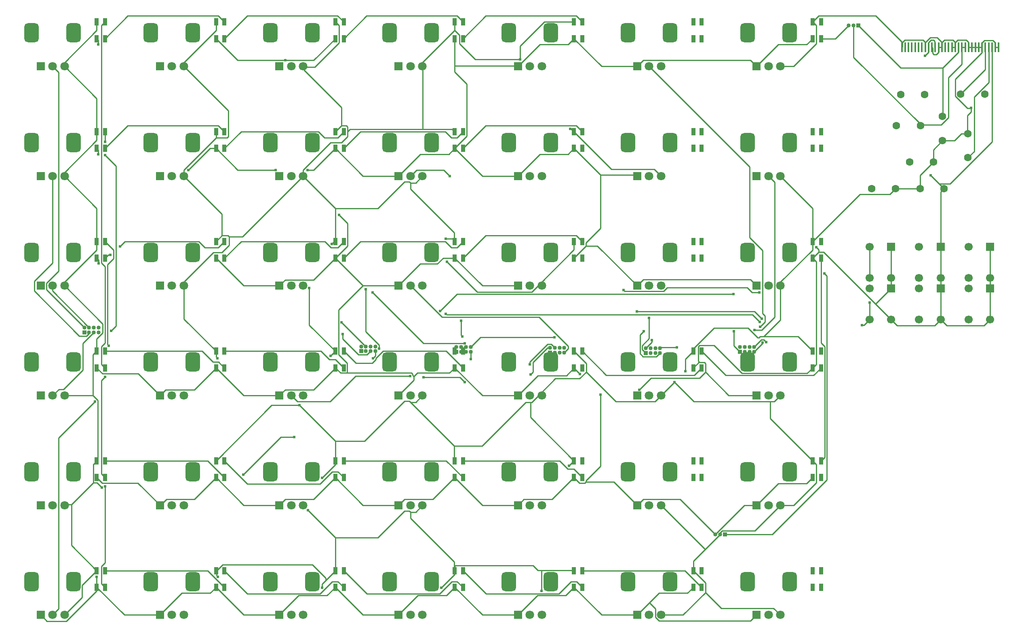
<source format=gtl>
G04 Layer: TopLayer*
G04 EasyEDA Pro v2.2.35.2, 2025-01-22 11:24:46*
G04 Gerber Generator version 0.3*
G04 Scale: 100 percent, Rotated: No, Reflected: No*
G04 Dimensions in millimeters*
G04 Leading zeros omitted, absolute positions, 4 integers and 5 decimals*
%FSLAX45Y45*%
%MOMM*%
%AMRoundRect*1,1,$1,$2,$3*1,1,$1,$4,$5*1,1,$1,0-$2,0-$3*1,1,$1,0-$4,0-$5*20,1,$1,$2,$3,$4,$5,0*20,1,$1,$4,$5,0-$2,0-$3,0*20,1,$1,0-$2,0-$3,0-$4,0-$5,0*20,1,$1,0-$4,0-$5,$2,$3,0*4,1,4,$2,$3,$4,$5,0-$2,0-$3,0-$4,0-$5,$2,$3,0*%
%ADD10R,0.85X1.6*%
%ADD11R,1.8X1.8*%
%ADD12C,1.8*%
%ADD13RoundRect,1.5X-0.75X-1.25X-0.75X1.25*%
%ADD14R,0.4X2.0*%
%ADD15R,0.85X0.85*%
%ADD16C,0.8540*%
%ADD17C,0.85*%
%ADD18C,1.6*%
%ADD19C,1.7*%
%ADD20R,1.7X1.7*%
%ADD21R,0.85X0.85*%
%ADD22C,0.61*%
%ADD23C,0.254*%
G75*


G04 Pad Start*
G54D10*
G01X10609000Y-5208200D03*
G01X10434000Y-5208200D03*
G01X10434000Y-5558200D03*
G01X10609000Y-5558200D03*
G54D11*
G01X14258500Y-8438200D03*
G54D12*
G01X14508500Y-8438200D03*
G01X14758500Y-8438200D03*
G54D13*
G01X14948500Y-7738200D03*
G01X14068500Y-7738200D03*
G54D11*
G01X19258500Y-10738200D03*
G54D12*
G01X19508500Y-10738200D03*
G01X19758500Y-10738200D03*
G54D13*
G01X19948500Y-10038200D03*
G01X19068500Y-10038200D03*
G54D14*
G01X22302200Y-3441700D03*
G01X22372200Y-3441700D03*
G01X22442200Y-3441700D03*
G01X22512200Y-3441700D03*
G01X22582200Y-3441700D03*
G01X22652200Y-3441700D03*
G01X22722200Y-3441700D03*
G01X22792200Y-3441700D03*
G01X22862200Y-3441700D03*
G01X22932200Y-3441700D03*
G01X23002200Y-3441700D03*
G01X23072200Y-3441700D03*
G01X23142200Y-3441700D03*
G01X23212200Y-3441700D03*
G01X23282200Y-3441700D03*
G01X23352200Y-3441700D03*
G01X23422200Y-3441700D03*
G01X23492200Y-3441700D03*
G01X23562200Y-3441700D03*
G01X23632200Y-3441700D03*
G01X23702200Y-3441700D03*
G01X23772200Y-3441700D03*
G01X23842200Y-3441700D03*
G01X23912200Y-3441700D03*
G01X23982200Y-3441700D03*
G01X24052200Y-3441700D03*
G01X24122200Y-3441700D03*
G01X24192200Y-3441700D03*
G01X24262200Y-3441700D03*
G01X24332200Y-3441700D03*
G54D10*
G01X15609000Y-2908200D03*
G01X15434000Y-2908200D03*
G01X15434000Y-3258200D03*
G01X15609000Y-3258200D03*
G54D11*
G01X9258500Y-3838200D03*
G54D12*
G01X9508500Y-3838200D03*
G01X9758500Y-3838200D03*
G54D13*
G01X9948500Y-3138200D03*
G01X9068500Y-3138200D03*
G54D11*
G01X11758500Y-10738200D03*
G54D12*
G01X12008500Y-10738200D03*
G01X12258500Y-10738200D03*
G54D13*
G01X12448500Y-10038200D03*
G01X11568500Y-10038200D03*
G54D10*
G01X8109000Y-2908200D03*
G01X7934000Y-2908200D03*
G01X7934000Y-3258200D03*
G01X8109000Y-3258200D03*
G54D11*
G01X6758500Y-3838200D03*
G54D12*
G01X7008500Y-3838200D03*
G01X7258500Y-3838200D03*
G54D13*
G01X7448500Y-3138200D03*
G01X6568500Y-3138200D03*
G54D10*
G01X8109000Y-7508200D03*
G01X7934000Y-7508200D03*
G01X7934000Y-7858200D03*
G01X8109000Y-7858200D03*
G01X20609000Y-2908200D03*
G01X20434000Y-2908200D03*
G01X20434000Y-3258200D03*
G01X20609000Y-3258200D03*
G54D11*
G01X4258500Y-3838200D03*
G54D12*
G01X4508500Y-3838200D03*
G01X4758500Y-3838200D03*
G54D13*
G01X4948500Y-3138200D03*
G01X4068500Y-3138200D03*
G54D10*
G01X8109000Y-14408200D03*
G01X7934000Y-14408200D03*
G01X7934000Y-14758200D03*
G01X8109000Y-14758200D03*
G54D15*
G01X10973500Y-9808433D03*
G54D17*
G01X10973500Y-9708433D03*
G01X11073500Y-9808433D03*
G01X11073500Y-9708433D03*
G01X11173500Y-9808433D03*
G01X11173500Y-9708433D03*
G01X11273500Y-9808433D03*
G01X11273500Y-9708433D03*
G54D10*
G01X18109000Y-7508200D03*
G01X17934000Y-7508200D03*
G01X17934000Y-7858200D03*
G01X18109000Y-7858200D03*
G01X5609000Y-12108200D03*
G01X5434000Y-12108200D03*
G01X5434000Y-12458200D03*
G01X5609000Y-12458200D03*
G01X15609000Y-9808200D03*
G01X15434000Y-9808200D03*
G01X15434000Y-10158200D03*
G01X15609000Y-10158200D03*
G54D11*
G01X11758500Y-8438200D03*
G54D12*
G01X12008500Y-8438200D03*
G01X12258500Y-8438200D03*
G54D13*
G01X12448500Y-7738200D03*
G01X11568500Y-7738200D03*
G54D11*
G01X16758500Y-15338200D03*
G54D12*
G01X17008500Y-15338200D03*
G01X17258500Y-15338200D03*
G54D13*
G01X17448500Y-14638200D03*
G01X16568500Y-14638200D03*
G54D10*
G01X18109000Y-14408200D03*
G01X17934000Y-14408200D03*
G01X17934000Y-14758200D03*
G01X18109000Y-14758200D03*
G54D11*
G01X16758500Y-13038200D03*
G54D12*
G01X17008500Y-13038200D03*
G01X17258500Y-13038200D03*
G54D13*
G01X17448500Y-12338200D03*
G01X16568500Y-12338200D03*
G54D10*
G01X18109000Y-9808200D03*
G01X17934000Y-9808200D03*
G01X17934000Y-10158200D03*
G01X18109000Y-10158200D03*
G54D11*
G01X4258500Y-15338200D03*
G54D12*
G01X4508500Y-15338200D03*
G01X4758500Y-15338200D03*
G54D13*
G01X4948500Y-14638200D03*
G01X4068500Y-14638200D03*
G54D18*
G01X22682200Y-6400800D03*
G01X23182200Y-6400800D03*
G54D11*
G01X4258500Y-8438200D03*
G54D12*
G01X4508500Y-8438200D03*
G01X4758500Y-8438200D03*
G54D13*
G01X4948500Y-7738200D03*
G01X4068500Y-7738200D03*
G54D10*
G01X5609000Y-7508200D03*
G01X5434000Y-7508200D03*
G01X5434000Y-7858200D03*
G01X5609000Y-7858200D03*
G01X15609000Y-12108200D03*
G01X15434000Y-12108200D03*
G01X15434000Y-12458200D03*
G01X15609000Y-12458200D03*
G01X13109000Y-2908200D03*
G01X12934000Y-2908200D03*
G01X12934000Y-3258200D03*
G01X13109000Y-3258200D03*
G54D18*
G01X23152100Y-5397500D03*
G01X23152100Y-4889500D03*
G54D11*
G01X6758500Y-13038200D03*
G54D12*
G01X7008500Y-13038200D03*
G01X7258500Y-13038200D03*
G54D13*
G01X7448500Y-12338200D03*
G01X6568500Y-12338200D03*
G54D10*
G01X10609000Y-7508200D03*
G01X10434000Y-7508200D03*
G01X10434000Y-7858200D03*
G01X10609000Y-7858200D03*
G54D11*
G01X16758500Y-3838200D03*
G54D12*
G01X17008500Y-3838200D03*
G01X17258500Y-3838200D03*
G54D13*
G01X17448500Y-3138200D03*
G01X16568500Y-3138200D03*
G54D10*
G01X20609000Y-14408200D03*
G01X20434000Y-14408200D03*
G01X20434000Y-14758200D03*
G01X20609000Y-14758200D03*
G54D19*
G01X24152500Y-9146200D03*
G54D20*
G01X24152500Y-8496200D03*
G54D19*
G01X23702500Y-8496200D03*
G01X23702500Y-9146200D03*
G54D10*
G01X20609000Y-7508200D03*
G01X20434000Y-7508200D03*
G01X20434000Y-7858200D03*
G01X20609000Y-7858200D03*
G54D15*
G01X14930500Y-9837200D03*
G54D17*
G01X14930500Y-9737200D03*
G01X15030500Y-9837200D03*
G01X15030500Y-9737200D03*
G01X15130500Y-9837200D03*
G01X15130500Y-9737200D03*
G01X15230500Y-9837200D03*
G01X15230500Y-9737200D03*
G54D11*
G01X9258500Y-10738200D03*
G54D12*
G01X9508500Y-10738200D03*
G01X9758500Y-10738200D03*
G54D13*
G01X9948500Y-10038200D03*
G01X9068500Y-10038200D03*
G54D10*
G01X20609000Y-12108200D03*
G01X20434000Y-12108200D03*
G01X20434000Y-12458200D03*
G01X20609000Y-12458200D03*
G54D11*
G01X4258500Y-6138200D03*
G54D12*
G01X4508500Y-6138200D03*
G01X4758500Y-6138200D03*
G54D13*
G01X4948500Y-5438200D03*
G01X4068500Y-5438200D03*
G54D18*
G01X22186900Y-5080000D03*
G01X22694900Y-5080000D03*
G54D10*
G01X5609000Y-5208200D03*
G01X5434000Y-5208200D03*
G01X5434000Y-5558200D03*
G01X5609000Y-5558200D03*
G54D11*
G01X16758500Y-8438200D03*
G54D12*
G01X17008500Y-8438200D03*
G01X17258500Y-8438200D03*
G54D13*
G01X17448500Y-7738200D03*
G01X16568500Y-7738200D03*
G54D11*
G01X19258500Y-3838200D03*
G54D12*
G01X19508500Y-3838200D03*
G01X19758500Y-3838200D03*
G54D13*
G01X19948500Y-3138200D03*
G01X19068500Y-3138200D03*
G54D10*
G01X10609000Y-14408200D03*
G01X10434000Y-14408200D03*
G01X10434000Y-14758200D03*
G01X10609000Y-14758200D03*
G54D11*
G01X14258500Y-15338200D03*
G54D12*
G01X14508500Y-15338200D03*
G01X14758500Y-15338200D03*
G54D13*
G01X14948500Y-14638200D03*
G01X14068500Y-14638200D03*
G54D11*
G01X11758500Y-15338200D03*
G54D12*
G01X12008500Y-15338200D03*
G01X12258500Y-15338200D03*
G54D13*
G01X12448500Y-14638200D03*
G01X11568500Y-14638200D03*
G54D11*
G01X11758500Y-3838200D03*
G54D12*
G01X12008500Y-3838200D03*
G01X12258500Y-3838200D03*
G54D13*
G01X12448500Y-3138200D03*
G01X11568500Y-3138200D03*
G54D10*
G01X20609000Y-5208200D03*
G01X20434000Y-5208200D03*
G01X20434000Y-5558200D03*
G01X20609000Y-5558200D03*
G01X20609000Y-9808200D03*
G01X20434000Y-9808200D03*
G01X20434000Y-10158200D03*
G01X20609000Y-10158200D03*
G54D19*
G01X23114000Y-9146200D03*
G54D20*
G01X23114000Y-8496200D03*
G54D19*
G01X22664000Y-8496200D03*
G01X22664000Y-9146200D03*
G54D15*
G01X12970500Y-9824700D03*
G54D17*
G01X12970500Y-9724700D03*
G01X13070500Y-9824700D03*
G01X13070500Y-9724700D03*
G01X13170500Y-9824700D03*
G01X13170500Y-9724700D03*
G01X13270500Y-9824700D03*
G01X13270500Y-9724700D03*
G54D11*
G01X16758500Y-10738200D03*
G54D12*
G01X17008500Y-10738200D03*
G01X17258500Y-10738200D03*
G54D13*
G01X17448500Y-10038200D03*
G01X16568500Y-10038200D03*
G54D10*
G01X13109000Y-7508200D03*
G01X12934000Y-7508200D03*
G01X12934000Y-7858200D03*
G01X13109000Y-7858200D03*
G54D11*
G01X4258500Y-13038200D03*
G54D12*
G01X4508500Y-13038200D03*
G01X4758500Y-13038200D03*
G54D13*
G01X4948500Y-12338200D03*
G01X4068500Y-12338200D03*
G54D15*
G01X18909250Y-9820088D03*
G54D17*
G01X18909250Y-9720088D03*
G01X19009250Y-9820088D03*
G01X19009250Y-9720088D03*
G01X19109250Y-9820088D03*
G01X19109250Y-9720088D03*
G01X19209250Y-9820088D03*
G01X19209250Y-9720088D03*
G54D11*
G01X9258500Y-8438200D03*
G54D12*
G01X9508500Y-8438200D03*
G01X9758500Y-8438200D03*
G54D13*
G01X9948500Y-7738200D03*
G01X9068500Y-7738200D03*
G54D11*
G01X6758500Y-8438200D03*
G54D12*
G01X7008500Y-8438200D03*
G01X7258500Y-8438200D03*
G54D13*
G01X7448500Y-7738200D03*
G01X6568500Y-7738200D03*
G54D21*
G01X18593500Y-13647200D03*
G54D17*
G01X18493500Y-13647200D03*
G01X18393500Y-13647200D03*
G54D10*
G01X13109000Y-5208200D03*
G01X12934000Y-5208200D03*
G01X12934000Y-5558200D03*
G01X13109000Y-5558200D03*
G01X10609000Y-2908200D03*
G01X10434000Y-2908200D03*
G01X10434000Y-3258200D03*
G01X10609000Y-3258200D03*
G01X5609000Y-2908200D03*
G01X5434000Y-2908200D03*
G01X5434000Y-3258200D03*
G01X5609000Y-3258200D03*
G01X18109000Y-12108200D03*
G01X17934000Y-12108200D03*
G01X17934000Y-12458200D03*
G01X18109000Y-12458200D03*
G01X13109000Y-12108200D03*
G01X12934000Y-12108200D03*
G01X12934000Y-12458200D03*
G01X13109000Y-12458200D03*
G01X13109000Y-14408200D03*
G01X12934000Y-14408200D03*
G01X12934000Y-14758200D03*
G01X13109000Y-14758200D03*
G54D11*
G01X19258500Y-6138200D03*
G54D12*
G01X19508500Y-6138200D03*
G01X19758500Y-6138200D03*
G54D13*
G01X19948500Y-5438200D03*
G01X19068500Y-5438200D03*
G54D11*
G01X14258500Y-3838200D03*
G54D12*
G01X14508500Y-3838200D03*
G01X14758500Y-3838200D03*
G54D13*
G01X14948500Y-3138200D03*
G01X14068500Y-3138200D03*
G54D10*
G01X18109000Y-5208200D03*
G01X17934000Y-5208200D03*
G01X17934000Y-5558200D03*
G01X18109000Y-5558200D03*
G01X8109000Y-5208200D03*
G01X7934000Y-5208200D03*
G01X7934000Y-5558200D03*
G01X8109000Y-5558200D03*
G54D19*
G01X22075500Y-9146200D03*
G54D20*
G01X22075500Y-8496200D03*
G54D19*
G01X21625500Y-8496200D03*
G01X21625500Y-9146200D03*
G54D10*
G01X13109000Y-9808200D03*
G01X12934000Y-9808200D03*
G01X12934000Y-10158200D03*
G01X13109000Y-10158200D03*
G54D19*
G01X24152500Y-8270000D03*
G54D20*
G01X24152500Y-7620000D03*
G54D19*
G01X23702500Y-7620000D03*
G01X23702500Y-8270000D03*
G54D11*
G01X19258500Y-15338200D03*
G54D12*
G01X19508500Y-15338200D03*
G01X19758500Y-15338200D03*
G54D13*
G01X19948500Y-14638200D03*
G01X19068500Y-14638200D03*
G54D11*
G01X19258500Y-8438200D03*
G54D12*
G01X19508500Y-8438200D03*
G01X19758500Y-8438200D03*
G54D13*
G01X19948500Y-7738200D03*
G01X19068500Y-7738200D03*
G54D11*
G01X6758500Y-6138200D03*
G54D12*
G01X7008500Y-6138200D03*
G01X7258500Y-6138200D03*
G54D13*
G01X7448500Y-5438200D03*
G01X6568500Y-5438200D03*
G54D11*
G01X6758500Y-15338200D03*
G54D12*
G01X7008500Y-15338200D03*
G01X7258500Y-15338200D03*
G54D13*
G01X7448500Y-14638200D03*
G01X6568500Y-14638200D03*
G54D19*
G01X23114000Y-8270000D03*
G54D20*
G01X23114000Y-7620000D03*
G54D19*
G01X22664000Y-7620000D03*
G01X22664000Y-8270000D03*
G54D10*
G01X5609000Y-14408200D03*
G01X5434000Y-14408200D03*
G01X5434000Y-14758200D03*
G01X5609000Y-14758200D03*
G54D11*
G01X19258500Y-13038200D03*
G54D12*
G01X19508500Y-13038200D03*
G01X19758500Y-13038200D03*
G54D13*
G01X19948500Y-12338200D03*
G01X19068500Y-12338200D03*
G54D18*
G01X23533100Y-4419600D03*
G01X24041100Y-4419600D03*
G54D10*
G01X15609000Y-7508200D03*
G01X15434000Y-7508200D03*
G01X15434000Y-7858200D03*
G01X15609000Y-7858200D03*
G01X15609000Y-5208200D03*
G01X15434000Y-5208200D03*
G01X15434000Y-5558200D03*
G01X15609000Y-5558200D03*
G54D15*
G01X5173500Y-9413200D03*
G54D17*
G01X5173500Y-9313200D03*
G01X5273500Y-9413200D03*
G01X5273500Y-9313200D03*
G01X5373500Y-9413200D03*
G01X5373500Y-9313200D03*
G01X5473500Y-9413200D03*
G01X5473500Y-9313200D03*
G54D10*
G01X18109000Y-2908200D03*
G01X17934000Y-2908200D03*
G01X17934000Y-3258200D03*
G01X18109000Y-3258200D03*
G54D11*
G01X14258500Y-6138200D03*
G54D12*
G01X14508500Y-6138200D03*
G01X14758500Y-6138200D03*
G54D13*
G01X14948500Y-5438200D03*
G01X14068500Y-5438200D03*
G54D18*
G01X22964200Y-5839300D03*
G01X22464200Y-5839300D03*
G01X22275800Y-4432300D03*
G01X22775800Y-4432300D03*
G01X21666200Y-6400800D03*
G01X22166200Y-6400800D03*
G54D11*
G01X9258500Y-6138200D03*
G54D12*
G01X9508500Y-6138200D03*
G01X9758500Y-6138200D03*
G54D13*
G01X9948500Y-5438200D03*
G01X9068500Y-5438200D03*
G54D10*
G01X10609000Y-9808200D03*
G01X10434000Y-9808200D03*
G01X10434000Y-10158200D03*
G01X10609000Y-10158200D03*
G54D11*
G01X14258500Y-10738200D03*
G54D12*
G01X14508500Y-10738200D03*
G01X14758500Y-10738200D03*
G54D13*
G01X14948500Y-10038200D03*
G01X14068500Y-10038200D03*
G54D21*
G01X21387500Y-2979200D03*
G54D17*
G01X21287500Y-2979200D03*
G01X21187500Y-2979200D03*
G54D11*
G01X9258500Y-15338200D03*
G54D12*
G01X9508500Y-15338200D03*
G01X9758500Y-15338200D03*
G54D13*
G01X9948500Y-14638200D03*
G01X9068500Y-14638200D03*
G54D11*
G01X6758500Y-10738200D03*
G54D12*
G01X7008500Y-10738200D03*
G01X7258500Y-10738200D03*
G54D13*
G01X7448500Y-10038200D03*
G01X6568500Y-10038200D03*
G54D11*
G01X11758500Y-13038200D03*
G54D12*
G01X12008500Y-13038200D03*
G01X12258500Y-13038200D03*
G54D13*
G01X12448500Y-12338200D03*
G01X11568500Y-12338200D03*
G54D19*
G01X22075500Y-8270000D03*
G54D20*
G01X22075500Y-7620000D03*
G54D19*
G01X21625500Y-7620000D03*
G01X21625500Y-8270000D03*
G54D10*
G01X15609000Y-14408200D03*
G01X15434000Y-14408200D03*
G01X15434000Y-14758200D03*
G01X15609000Y-14758200D03*
G54D11*
G01X14258500Y-13038200D03*
G54D12*
G01X14508500Y-13038200D03*
G01X14758500Y-13038200D03*
G54D13*
G01X14948500Y-12338200D03*
G01X14068500Y-12338200D03*
G54D11*
G01X11758500Y-6138200D03*
G54D12*
G01X12008500Y-6138200D03*
G01X12258500Y-6138200D03*
G54D13*
G01X12448500Y-5438200D03*
G01X11568500Y-5438200D03*
G54D10*
G01X8109000Y-12108200D03*
G01X7934000Y-12108200D03*
G01X7934000Y-12458200D03*
G01X8109000Y-12458200D03*
G01X5609000Y-9808200D03*
G01X5434000Y-9808200D03*
G01X5434000Y-10158200D03*
G01X5609000Y-10158200D03*
G54D15*
G01X16937250Y-9845950D03*
G54D17*
G01X16937250Y-9745950D03*
G01X17037250Y-9845950D03*
G01X17037250Y-9745950D03*
G01X17137250Y-9845950D03*
G01X17137250Y-9745950D03*
G01X17237250Y-9845950D03*
G01X17237250Y-9745950D03*
G54D10*
G01X10609000Y-12108200D03*
G01X10434000Y-12108200D03*
G01X10434000Y-12458200D03*
G01X10609000Y-12458200D03*
G01X8109000Y-9808200D03*
G01X7934000Y-9808200D03*
G01X7934000Y-10158200D03*
G01X8109000Y-10158200D03*
G54D18*
G01X23685500Y-5753100D03*
G01X23685500Y-5253100D03*
G54D11*
G01X4258500Y-10738200D03*
G54D12*
G01X4508500Y-10738200D03*
G01X4758500Y-10738200D03*
G54D13*
G01X4948500Y-10038200D03*
G01X4068500Y-10038200D03*
G54D11*
G01X16758500Y-6138200D03*
G54D12*
G01X17008500Y-6138200D03*
G01X17258500Y-6138200D03*
G54D13*
G01X17448500Y-5438200D03*
G01X16568500Y-5438200D03*
G54D11*
G01X9258500Y-13038200D03*
G54D12*
G01X9508500Y-13038200D03*
G01X9758500Y-13038200D03*
G54D13*
G01X9948500Y-12338200D03*
G01X9068500Y-12338200D03*
G04 Pad End*

G04 Via Start*
G54D22*
G01X22786000Y-3619500D03*
G01X20675600Y-8178800D03*
G01X9849800Y-6015400D03*
G01X9182300Y-6011200D03*
G01X7349800Y-6015400D03*
G01X5463100Y-5681000D03*
G01X10510200Y-6955200D03*
G01X5470200Y-7971200D03*
G01X15561000Y-10285200D03*
G01X16805600Y-10615400D03*
G01X22902800Y-6121400D03*
G01X15992800Y-10717000D03*
G01X5426900Y-14536800D03*
G01X9385500Y-3711200D03*
G01X5463100Y-3381000D03*
G01X20510200Y-7629600D03*
G01X5397500Y-10867800D03*
G01X18774900Y-8610600D03*
G01X12628100Y-8966200D03*
G01X11072500Y-8511800D03*
G01X11351900Y-9756400D03*
G01X10565500Y-9200433D03*
G01X10589300Y-9452833D03*
G01X11222700Y-9960833D03*
G01X9571700Y-11611833D03*
G01X8504900Y-12399233D03*
G01X12746700Y-9022633D03*
G01X19321867Y-9197000D03*
G01X13064500Y-9172200D03*
G01X13089900Y-9502400D03*
G01X13145100Y-9648500D03*
G01X11214700Y-8581700D03*
G01X11997700Y-10331800D03*
G01X12277100Y-10357200D03*
G01X13140700Y-10458800D03*
G01X13267700Y-9976200D03*
G01X15023100Y-9521500D03*
G01X16470900Y-8530900D03*
G01X19315700Y-8581700D03*
G01X14524100Y-10296000D03*
G01X14508500Y-10081400D03*
G01X12826900Y-6138200D03*
G01X16754500Y-8975200D03*
G01X19370700Y-9127600D03*
G01X17008500Y-9114300D03*
G01X17064250Y-9576250D03*
G01X16896100Y-9389400D03*
G01X17586900Y-9728200D03*
G01X18782250Y-9390450D03*
G01X19214050Y-9364488D03*
G01X19336250Y-9299200D03*
G01X19387050Y-9629400D03*
G01X19463250Y-9618488D03*
G01X21469850Y-9262888D03*
G01X21625500Y-8790600D03*
G01X10357800Y-7559000D03*
G01X9885500Y-8489000D03*
G01X10332400Y-9909800D03*
G01X9682300Y-10941400D03*
G01X10154600Y-12463800D03*
G01X9860100Y-13139800D03*
G01X10154600Y-14763800D03*
G01X12745400Y-7448700D03*
G01X12654600Y-14763800D03*
G01X14305600Y-3696100D03*
G01X15357800Y-5148700D03*
G01X12770800Y-7931300D03*
G01X15332400Y-12209800D03*
G01X14752000Y-14831300D03*
G01X17537900Y-10458800D03*
G01X17766500Y-10230200D03*
G01X7959400Y-9960600D03*
G01X7970200Y-14535200D03*
G01X5537200Y-12668600D03*
G01X23753700Y-4707000D03*
G01X5924600Y-7609800D03*
G01X5721400Y-7787600D03*
G01X5609000Y-10350000D03*
G01X5736000Y-9384800D03*
G01X5609000Y-5701800D03*
G01X5609000Y-5422400D03*
G01X5685200Y-9692600D03*
G01X5609000Y-12639000D03*
G04 Via End*

G04 Track Start*
G54D23*
G01X22862200Y-3441700D02*
G01X22862200Y-3340100D01*
G01X22913000Y-3289300D01*
G01X22963800Y-3289300D01*
G01X22989200Y-3314700D01*
G01X22989200Y-3428700D01*
G01X23002200Y-3441700D01*
G01X22862200Y-3441700D02*
G01X22862200Y-3543300D01*
G01X22786000Y-3619500D01*
G01X20675600Y-8178800D02*
G01X20726400Y-8229600D01*
G01X20726400Y-12504900D01*
G01X19584100Y-13647200D01*
G01X18593500Y-13647200D01*
G01X10434000Y-5558200D02*
G01X9976800Y-6015400D01*
G01X9849800Y-6015400D01*
G01X9182300Y-6011200D02*
G01X8387000Y-6011200D01*
G01X7934000Y-5558200D01*
G01X7807000Y-5558200D01*
G01X7349800Y-6015400D01*
G01X5463100Y-5681000D02*
G01X5463100Y-5587300D01*
G01X5434000Y-5558200D01*
G01X10434000Y-5558200D02*
G01X11014000Y-6138200D01*
G01X11758500Y-6138200D01*
G01X12215700Y-5681000D01*
G01X12811200Y-5681000D01*
G01X12934000Y-5558200D01*
G01X13514000Y-6138200D01*
G01X14258500Y-6138200D01*
G01X14715700Y-5681000D01*
G01X15311200Y-5681000D01*
G01X15434000Y-5558200D01*
G01X15434000Y-5558200D02*
G01X15992800Y-6117000D01*
G01X16737300Y-6117000D01*
G01X16758500Y-6138200D01*
G01X10510200Y-6955200D02*
G01X10688000Y-7133000D01*
G01X10688000Y-7604200D01*
G01X10434000Y-7858200D02*
G01X9976800Y-8315400D01*
G01X9381300Y-8315400D01*
G01X9258500Y-8438200D01*
G01X10459400Y-7832800D02*
G01X10459400Y-7883600D01*
G01X11014000Y-8438200D01*
G01X11758500Y-8438200D01*
G01X12215700Y-7981000D01*
G01X12571300Y-7981000D01*
G01X12694100Y-7858200D01*
G01X12934000Y-7858200D01*
G01X9258500Y-8438200D02*
G01X8514000Y-8438200D01*
G01X7934000Y-7858200D01*
G01X5470200Y-7971200D02*
G01X5470200Y-7894400D01*
G01X5434000Y-7858200D01*
G01X12934000Y-7858200D02*
G01X13514000Y-8438200D01*
G01X14258500Y-8438200D01*
G01X15992800Y-6117000D02*
G01X15992800Y-7234600D01*
G01X15688000Y-7539400D01*
G01X15688000Y-7604200D01*
G01X15434000Y-7858200D01*
G01X15688000Y-7604200D02*
G01X15924500Y-7604200D01*
G01X16758500Y-8438200D01*
G01X11014000Y-8438200D02*
G01X10506000Y-8946200D01*
G01X10506000Y-9886000D01*
G01X10683800Y-10063800D01*
G01X10683800Y-10267000D01*
G01X10542800Y-10267000D01*
G01X10434000Y-10158200D01*
G01X10683800Y-10267000D02*
G01X12030000Y-10267000D01*
G01X12055400Y-10292400D01*
G01X12055400Y-10317800D01*
G01X12080800Y-10343200D01*
G01X12080800Y-10415900D01*
G01X11758500Y-10738200D01*
G01X12080800Y-10343200D02*
G01X12157000Y-10267000D01*
G01X12825200Y-10267000D01*
G01X12934000Y-10158200D01*
G01X10434000Y-10158200D02*
G01X9976800Y-10615400D01*
G01X9381300Y-10615400D01*
G01X9258500Y-10738200D01*
G01X8514000Y-10738200D01*
G01X7934000Y-10158200D01*
G01X7476800Y-10615400D01*
G01X6881300Y-10615400D01*
G01X6758500Y-10738200D01*
G01X6301300Y-10281000D01*
G01X5556800Y-10281000D01*
G01X5434000Y-10158200D01*
G01X12934000Y-10158200D02*
G01X13514000Y-10738200D01*
G01X14258500Y-10738200D01*
G01X14678503Y-10318197D01*
G01X15274003Y-10318197D01*
G01X15434000Y-10158200D01*
G01X15561000Y-10285200D01*
G01X16805600Y-10615400D02*
G01X17045000Y-10376000D01*
G01X18061000Y-10376000D01*
G01X18188000Y-10249000D01*
G01X18188000Y-10071200D01*
G01X18162600Y-10045800D01*
G01X18046400Y-10045800D02*
G01X17934000Y-10158200D01*
G01X18188000Y-10249000D02*
G01X18677200Y-10738200D01*
G01X19258500Y-10738200D01*
G01X18061000Y-10045800D02*
G01X18035600Y-10020400D01*
G01X18035600Y-9715600D01*
G01X18061000Y-9690200D01*
G01X18365800Y-9690200D01*
G01X18950000Y-10274400D01*
G01X20317800Y-10274400D01*
G01X20434000Y-10158200D01*
G01X16758500Y-8438200D02*
G01X16885500Y-8311200D01*
G01X19131500Y-8311200D01*
G01X19258500Y-8438200D01*
G01X20434000Y-10158200D02*
G01X20510200Y-10082000D01*
G01X20510200Y-7934400D01*
G01X20434000Y-7858200D01*
G01X20561000Y-7731200D01*
G01X20662600Y-7731200D01*
G01X22075500Y-9144100D02*
G01X22075500Y-9146200D01*
G01X21754800Y-8823400D02*
G01X21754800Y-8816900D01*
G01X22075500Y-8496200D01*
G01X22075500Y-8270000D01*
G01X22075500Y-7620000D01*
G01X22075500Y-9144100D02*
G01X22202500Y-9271100D01*
G01X22989100Y-9271100D01*
G01X23114000Y-9146200D01*
G01X23114000Y-8496200D01*
G01X23114000Y-8270000D01*
G01X23114000Y-7620000D01*
G01X23114000Y-9146200D02*
G01X23241000Y-9273200D01*
G01X24025500Y-9273200D01*
G01X24152500Y-9146200D01*
G01X24152500Y-8496200D01*
G01X24152500Y-8270000D01*
G01X24152500Y-7620000D01*
G01X23114000Y-7620000D02*
G01X23114000Y-6469000D01*
G01X23182200Y-6400800D01*
G01X15992800Y-10717000D02*
G01X15992800Y-12215600D01*
G01X15688000Y-12520400D01*
G01X15688000Y-12545800D01*
G01X15662600Y-12571200D01*
G01X15547000Y-12571200D01*
G01X15434000Y-12458200D01*
G01X15688000Y-12545800D02*
G01X16266100Y-12545800D01*
G01X16758500Y-13038200D01*
G01X15434000Y-12458200D02*
G01X14976800Y-12915400D01*
G01X14381300Y-12915400D01*
G01X14258500Y-13038200D01*
G01X13514000Y-13038200D01*
G01X12934000Y-12458200D01*
G01X12476800Y-12915400D01*
G01X11881300Y-12915400D01*
G01X11758500Y-13038200D01*
G01X11014000Y-13038200D01*
G01X10434000Y-12458200D01*
G01X9976800Y-12915400D01*
G01X9381300Y-12915400D01*
G01X9258500Y-13038200D01*
G01X8514000Y-13038200D01*
G01X7934000Y-12458200D01*
G01X7476800Y-12915400D01*
G01X6892600Y-12915400D01*
G01X6765600Y-13042400D01*
G01X6758500Y-13038200D01*
G01X6765600Y-13042400D02*
G01X6293800Y-12570600D01*
G01X5546400Y-12570600D01*
G01X5434000Y-12458200D01*
G01X5426900Y-14536800D02*
G01X5426900Y-14751100D01*
G01X5434000Y-14758200D01*
G01X5434000Y-14834400D01*
G01X4799000Y-15469400D01*
G01X4389700Y-15469400D01*
G01X4258500Y-15338200D01*
G01X5434000Y-14758200D02*
G01X6014000Y-15338200D01*
G01X6758500Y-15338200D01*
G01X7215700Y-14881000D01*
G01X7811200Y-14881000D01*
G01X7934000Y-14758200D01*
G01X8514000Y-15338200D01*
G01X9258500Y-15338200D01*
G01X9664900Y-14931800D01*
G01X10260400Y-14931800D01*
G01X10434000Y-14758200D01*
G01X11014000Y-15338200D01*
G01X11758500Y-15338200D01*
G01X12164900Y-14931800D01*
G01X12760400Y-14931800D01*
G01X12934000Y-14758200D01*
G01X13514000Y-15338200D01*
G01X14258500Y-15338200D01*
G01X14664900Y-14931800D01*
G01X15260400Y-14931800D01*
G01X15434000Y-14758200D01*
G01X16014000Y-15338200D01*
G01X16758500Y-15338200D01*
G01X17215700Y-14881000D02*
G01X17811200Y-14881000D01*
G01X17934000Y-14758200D01*
G01X16758500Y-13038200D02*
G01X16885500Y-12911200D01*
G01X17657500Y-12911200D01*
G01X18393500Y-13647200D01*
G01X19002500Y-13038200D01*
G01X19258500Y-13038200D01*
G01X19715700Y-12581000D01*
G01X20311200Y-12581000D01*
G01X20434000Y-12458200D01*
G01X17012500Y-15084200D02*
G01X17139500Y-15211200D01*
G01X17139500Y-15389000D01*
G01X17215700Y-15465200D01*
G01X19131500Y-15465200D01*
G01X19258500Y-15338200D01*
G01X9385500Y-3711200D02*
G01X9981000Y-3711200D01*
G01X10434000Y-3258200D01*
G01X9385500Y-3711200D02*
G01X8387000Y-3711200D01*
G01X7934000Y-3258200D01*
G01X5463100Y-3381000D02*
G01X5463100Y-3287300D01*
G01X5434000Y-3258200D01*
G01X12934000Y-5558200D02*
G01X13188000Y-5304200D01*
G01X13188000Y-4212000D01*
G01X12934000Y-3958000D01*
G01X12934000Y-3831000D02*
G01X14251300Y-3831000D01*
G01X14258500Y-3838200D01*
G01X14715700Y-3381000D01*
G01X15311200Y-3381000D01*
G01X15434000Y-3258200D01*
G01X16014000Y-3838200D01*
G01X16758500Y-3838200D01*
G01X20561000Y-7731200D02*
G01X20561000Y-7680400D01*
G01X20510200Y-7629600D01*
G01X16758500Y-3838200D02*
G01X16885500Y-3711200D01*
G01X19131500Y-3711200D01*
G01X19258500Y-3838200D01*
G01X19715700Y-3381000D01*
G01X20311200Y-3381000D01*
G01X20434000Y-3258200D01*
G01X23080600Y-6299200D02*
G01X23309200Y-6299200D01*
G01X24192200Y-5416200D01*
G01X24192200Y-3441700D01*
G01X4508500Y-3838200D02*
G01X4635500Y-3965200D01*
G01X4635500Y-8130800D01*
G01X4381500Y-8384800D01*
G01X4381500Y-8521200D01*
G01X5173500Y-9313200D01*
G01X4508500Y-6138200D02*
G01X4508500Y-7962400D01*
G01X4127500Y-8343400D01*
G01X4127500Y-8546600D01*
G01X5070300Y-9489400D01*
G01X5222700Y-9489400D01*
G01X5273500Y-9438600D01*
G01X5273500Y-9413200D01*
G01X4508500Y-8438200D02*
G01X4508500Y-8548200D01*
G01X5273500Y-9313200D01*
G01X5373500Y-9413200D02*
G01X5144900Y-9641800D01*
G01X5144900Y-10200600D01*
G01X4738500Y-10607000D01*
G01X4639700Y-10607000D01*
G01X4508500Y-10738200D01*
G01X4508500Y-15338200D02*
G01X4635500Y-15211200D01*
G01X4635500Y-11629800D01*
G01X5397500Y-10867800D01*
G01X18774900Y-8610600D02*
G01X12983700Y-8610600D01*
G01X12628100Y-8966200D01*
G01X11072500Y-8511800D02*
G01X11072500Y-9400800D01*
G01X11351900Y-9680200D01*
G01X11351900Y-9756400D01*
G01X11073500Y-9708433D02*
G01X10565500Y-9200433D01*
G01X11173500Y-9808433D02*
G01X11097300Y-9884633D01*
G01X10919500Y-9884633D01*
G01X10589300Y-9554433D01*
G01X10589300Y-9452833D01*
G01X11273500Y-9808433D02*
G01X11273500Y-9910033D01*
G01X11222700Y-9960833D01*
G01X9571700Y-11611833D02*
G01X9292300Y-11611833D01*
G01X8504900Y-12399233D01*
G01X12746700Y-9022633D02*
G01X12768667Y-9044600D01*
G01X19169467Y-9044600D01*
G01X19321867Y-9197000D01*
G01X13064500Y-9172200D02*
G01X13064500Y-9477000D01*
G01X13089900Y-9502400D01*
G01X13145100Y-9648500D02*
G01X12281500Y-9648500D01*
G01X11214700Y-8581700D01*
G01X9508500Y-10738200D02*
G01X9635500Y-10865200D01*
G01X10321300Y-10865200D01*
G01X10854700Y-10331800D01*
G01X11997700Y-10331800D01*
G01X12277100Y-10357200D02*
G01X13039100Y-10357200D01*
G01X13140700Y-10458800D01*
G01X13267700Y-9976200D02*
G01X13267700Y-9827500D01*
G01X13270500Y-9824700D01*
G01X13270500Y-9724700D02*
G01X13473700Y-9521500D01*
G01X15023100Y-9521500D01*
G01X16470900Y-8530900D02*
G01X16496300Y-8556300D01*
G01X17309100Y-8556300D01*
G01X17385300Y-8480100D01*
G01X19061700Y-8480100D01*
G01X19163300Y-8581700D01*
G01X19315700Y-8581700D01*
G01X14930500Y-9737200D02*
G01X14879700Y-9737200D01*
G01X14574900Y-10042000D01*
G01X14574900Y-10245200D01*
G01X14524100Y-10296000D01*
G01X15030500Y-9737200D02*
G01X14954300Y-9661000D01*
G01X14878100Y-9661000D01*
G01X14508500Y-10030600D01*
G01X14508500Y-10081400D01*
G01X12826900Y-6138200D02*
G01X12699900Y-6011200D01*
G01X12135500Y-6011200D01*
G01X12008500Y-6138200D01*
G01X12008500Y-8438200D02*
G01X12668900Y-9098600D01*
G01X14700900Y-9098600D01*
G01X15310500Y-9708200D01*
G01X15310500Y-9757200D01*
G01X15230500Y-9837200D01*
G01X16754500Y-8975200D02*
G01X19218300Y-8975200D01*
G01X19370700Y-9127600D01*
G01X16937250Y-9845950D02*
G01X16861050Y-9769750D01*
G01X16861050Y-9693550D01*
G01X17008500Y-9546100D01*
G01X17008500Y-9114300D01*
G01X17064250Y-9576250D02*
G01X17064250Y-9618950D01*
G01X16937250Y-9745950D01*
G01X16896100Y-9389400D02*
G01X16819900Y-9465600D01*
G01X16819900Y-9860400D01*
G01X16881650Y-9922150D01*
G01X17161050Y-9922150D01*
G01X17237250Y-9845950D01*
G01X21625500Y-7620000D02*
G01X21625500Y-8270000D01*
G01X17586900Y-9728200D02*
G01X17255000Y-9728200D01*
G01X17237250Y-9745950D01*
G01X18782250Y-9390450D02*
G01X18782250Y-9693088D01*
G01X18909250Y-9820088D01*
G01X19214050Y-9364488D02*
G01X19366450Y-9364488D01*
G01X19635500Y-9095438D01*
G01X19635500Y-6265200D01*
G01X19508500Y-6138200D01*
G01X17008500Y-3838200D02*
G01X19116700Y-5946400D01*
G01X19116700Y-7428650D01*
G01X19387050Y-7699000D01*
G01X19387050Y-9019800D01*
G01X19437850Y-9070600D01*
G01X19437850Y-9197600D01*
G01X19336250Y-9299200D01*
G01X19387050Y-9629400D02*
G01X19387050Y-9642288D01*
G01X19209250Y-9820088D01*
G01X19209250Y-9720088D02*
G01X19361650Y-9567688D01*
G01X19412450Y-9567688D01*
G01X19463250Y-9618488D01*
G01X21469850Y-9262888D02*
G01X21508812Y-9262888D01*
G01X21625500Y-9146200D01*
G01X21625500Y-8790600D01*
G01X10434000Y-5208200D02*
G01X10561000Y-5081200D01*
G01X10662600Y-5081200D01*
G01X10688000Y-5106600D01*
G01X10688000Y-5309800D02*
G01X10561000Y-5436800D01*
G01X10332400Y-5436800D01*
G01X9758500Y-6010700D01*
G01X9758500Y-6138200D01*
G01X10561000Y-5081200D02*
G01X10561000Y-4700200D01*
G01X9773600Y-3912800D01*
G01X9773600Y-3853300D01*
G01X9758500Y-3838200D01*
G01X9773600Y-3853300D02*
G01X10002200Y-3853300D01*
G01X10510200Y-3345300D01*
G01X10510200Y-2984400D01*
G01X10434000Y-2908200D01*
G01X9758500Y-6138200D02*
G01X10434000Y-6813700D01*
G01X10434000Y-7508200D01*
G01X10408600Y-7508200D01*
G01X10357800Y-7559000D01*
G01X9885500Y-8489000D02*
G01X9885500Y-9259700D01*
G01X10434000Y-9808200D01*
G01X10332400Y-9909800D01*
G01X9682300Y-10941400D02*
G01X10434000Y-11693100D01*
G01X10434000Y-12108200D01*
G01X10434000Y-12184400D01*
G01X10154600Y-12463800D01*
G01X9860100Y-13139800D02*
G01X10434000Y-13713700D01*
G01X10434000Y-14408200D01*
G01X10154600Y-14687600D02*
G01X10154600Y-14763800D01*
G01X10434000Y-6813700D02*
G01X11323000Y-6813700D01*
G01X11881800Y-6254900D01*
G01X11983400Y-6254900D01*
G01X12008800Y-6280300D01*
G01X12116400Y-6280300D01*
G01X12258500Y-6138200D01*
G01X10688000Y-5208200D02*
G01X10738800Y-5157400D01*
G01X12883200Y-5157400D02*
G01X12934000Y-5208200D01*
G01X12262800Y-5157400D02*
G01X12262800Y-3842500D01*
G01X12258500Y-3838200D01*
G01X12258500Y-3762000D01*
G01X12934000Y-3086500D01*
G01X12934000Y-2908200D01*
G01X12008800Y-6280300D02*
G01X12008800Y-6407300D01*
G01X12923200Y-7321700D01*
G01X12923200Y-7497400D02*
G01X12934000Y-7508200D01*
G01X12923200Y-7448700D02*
G01X12745400Y-7448700D01*
G01X10434000Y-11693100D02*
G01X11043600Y-11693100D01*
G01X11881800Y-10854900D01*
G01X11983400Y-10854900D01*
G01X12008800Y-10880300D01*
G01X12116400Y-10880300D01*
G01X12258500Y-10738200D01*
G01X12008800Y-10880300D02*
G01X12923200Y-11794700D01*
G01X12923200Y-12097400D01*
G01X12934000Y-12108200D01*
G01X10434000Y-13713700D02*
G01X11323000Y-13713700D01*
G01X11881800Y-13154900D01*
G01X11983400Y-13154900D01*
G01X12008800Y-13180300D01*
G01X12116400Y-13180300D01*
G01X12258500Y-13038200D01*
G01X12008800Y-13180300D02*
G01X12008800Y-13307300D01*
G01X12923200Y-14221700D01*
G01X12923200Y-14397400D02*
G01X12934000Y-14408200D01*
G01X12934000Y-14484400D01*
G01X12654600Y-14763800D01*
G01X12934000Y-3086500D02*
G01X13035600Y-3188100D01*
G01X13035600Y-3365900D01*
G01X13365800Y-3696100D01*
G01X14305600Y-3696100D01*
G01X14305600Y-3416700D01*
G01X14813600Y-2908700D01*
G01X15433500Y-2908700D01*
G01X15357800Y-5148700D02*
G01X15374500Y-5148700D01*
G01X15434000Y-5208200D01*
G01X12770800Y-7931300D02*
G01X13405800Y-8566300D01*
G01X14548800Y-8566300D01*
G01X15434000Y-7681100D02*
G01X15434000Y-7508200D01*
G01X14726600Y-8388500D02*
G01X14726600Y-8406300D01*
G01X14758500Y-8438200D01*
G01X12923200Y-11794700D02*
G01X13507400Y-11794700D01*
G01X14421800Y-10880300D01*
G01X15045003Y-10384097D02*
G01X15553003Y-10384097D01*
G01X15691800Y-10245300D01*
G01X15691800Y-10066000D01*
G01X15434000Y-9808200D01*
G01X14726600Y-10702500D02*
G01X14726600Y-10706300D01*
G01X14758500Y-10738200D01*
G01X14523400Y-10880300D02*
G01X14523400Y-11197600D01*
G01X15434000Y-12108200D01*
G01X15332400Y-12209800D01*
G01X12923200Y-14323300D02*
G01X12948600Y-14297900D01*
G01X14574200Y-14297900D01*
G01X14675800Y-14399500D01*
G01X15425300Y-14399500D02*
G01X15434000Y-14408200D01*
G01X14752000Y-14399500D02*
G01X14752000Y-14831300D01*
G01X15691800Y-10245300D02*
G01X16311700Y-10865200D01*
G01X17131500Y-10865200D01*
G01X17258500Y-10738200D01*
G01X17537900Y-10458800D01*
G01X17766500Y-10230200D02*
G01X17766500Y-9975700D01*
G01X17934000Y-9808200D01*
G01X17537900Y-10458800D02*
G01X17944300Y-10865200D01*
G01X19631500Y-10865200D02*
G01X19758500Y-10738200D01*
G01X17934000Y-9808200D02*
G01X17934000Y-9757400D01*
G01X18365800Y-9325600D01*
G01X19077000Y-9325600D01*
G01X19280200Y-9528800D01*
G01X19305600Y-9528800D01*
G01X19331000Y-9503400D01*
G01X20129200Y-9503400D02*
G01X20434000Y-9808200D01*
G01X19407200Y-9503400D02*
G01X19758500Y-9152100D01*
G01X19758500Y-8438200D01*
G01X19758500Y-8362000D01*
G01X20434000Y-7686500D01*
G01X20434000Y-7508200D01*
G01X19544500Y-10865200D02*
G01X19544500Y-11218700D01*
G01X20434000Y-12108200D01*
G01X20510200Y-12184400D01*
G01X20510200Y-12565400D01*
G01X20037400Y-13038200D01*
G01X19758500Y-13038200D01*
G01X19225100Y-13571600D01*
G01X18539300Y-13571600D01*
G01X18493500Y-13617400D01*
G01X18493500Y-13647200D01*
G01X17934000Y-14206700D02*
G01X17934000Y-14408200D01*
G01X18188000Y-14662200D01*
G01X18188000Y-14865400D01*
G01X17715200Y-15338200D01*
G01X17258500Y-15338200D01*
G01X18188700Y-13952000D02*
G01X18172300Y-13952000D01*
G01X17258500Y-13038200D01*
G01X20434000Y-7508200D02*
G01X20434000Y-6813700D01*
G01X19758500Y-6138200D01*
G01X18188000Y-14865400D02*
G01X18518200Y-15195600D01*
G01X19615900Y-15195600D01*
G01X19758500Y-15338200D01*
G01X9758500Y-6138200D02*
G01X8488500Y-7408200D01*
G01X8209100Y-7408200D01*
G01X8183700Y-7382800D01*
G01X8059400Y-7382800D01*
G01X7934000Y-7508200D01*
G01X8209100Y-7408200D02*
G01X8209100Y-7586000D01*
G01X8056700Y-7738400D01*
G01X7882100Y-7738400D01*
G01X7272500Y-8348000D01*
G01X7272500Y-8424200D01*
G01X7258500Y-8438200D01*
G01X8059400Y-7382800D02*
G01X8059400Y-6939100D01*
G01X7258500Y-6138200D01*
G01X7258500Y-6011200D01*
G01X7934000Y-5335700D01*
G01X7934000Y-5208200D01*
G01X7934000Y-5335700D02*
G01X8162600Y-5335700D01*
G01X8188000Y-5310300D01*
G01X8188000Y-4767700D01*
G01X7258500Y-3838200D01*
G01X7258500Y-3762000D01*
G01X7934000Y-3086500D01*
G01X7934000Y-2908200D01*
G01X7258500Y-8438200D02*
G01X7258500Y-9132700D01*
G01X7934000Y-9808200D01*
G01X7934000Y-9935200D01*
G01X7959400Y-9960600D01*
G01X9682300Y-10941400D02*
G01X9100800Y-10941400D01*
G01X7934000Y-12108200D01*
G01X10230800Y-14611400D02*
G01X10230800Y-14560600D01*
G01X9951400Y-14281200D01*
G01X8071800Y-14281200D01*
G01X7944800Y-14408200D01*
G01X7934000Y-14408200D01*
G01X7944800Y-14408200D02*
G01X7944800Y-14509800D01*
G01X7970200Y-14535200D01*
G01X5537200Y-12668600D02*
G01X5435600Y-12567000D01*
G01X5359400Y-12567000D01*
G01X5359400Y-12182800D01*
G01X5434000Y-12108200D01*
G01X5359400Y-12567000D02*
G01X4902200Y-13024200D01*
G01X4772500Y-13024200D01*
G01X4758500Y-13038200D01*
G01X4902200Y-13024200D02*
G01X4902200Y-13876400D01*
G01X5434000Y-14408200D01*
G01X5129200Y-14713000D01*
G01X5129200Y-14967500D01*
G01X4758500Y-15338200D01*
G01X5434000Y-12108200D02*
G01X5459400Y-12082800D01*
G01X5459400Y-10838200D01*
G01X5357800Y-10736600D01*
G01X4760100Y-10736600D01*
G01X4758500Y-10738200D01*
G01X5357800Y-10736600D02*
G01X5357800Y-9884400D01*
G01X5434000Y-9808200D01*
G01X5434000Y-9554200D01*
G01X5561000Y-9427200D01*
G01X5561000Y-9240700D01*
G01X4758500Y-8438200D01*
G01X4758500Y-8362000D01*
G01X5434000Y-7686500D01*
G01X5434000Y-7508200D01*
G01X5434000Y-6813700D01*
G01X4758500Y-6138200D01*
G01X4758500Y-6062000D01*
G01X5434000Y-5386500D01*
G01X5434000Y-5208200D01*
G01X5434000Y-4513700D01*
G01X4758500Y-3838200D01*
G01X4758500Y-3762000D01*
G01X5434000Y-3086500D01*
G01X5434000Y-2908200D01*
G01X15434000Y-5208200D02*
G01X16221400Y-5995600D01*
G01X17115900Y-5995600D01*
G01X17258500Y-6138200D01*
G01X20434000Y-7508200D02*
G01X21424600Y-6517600D01*
G01X22049400Y-6517600D01*
G01X22166200Y-6400800D01*
G01X22682200Y-6400800D01*
G01X22682200Y-6121300D01*
G01X22964200Y-5839300D01*
G01X22964200Y-5585400D01*
G01X23152100Y-5397500D01*
G01X23406100Y-5397500D01*
G01X23550500Y-5253100D01*
G01X23677500Y-5253100D02*
G01X23677500Y-4872100D01*
G01X23753700Y-4795900D01*
G01X23753700Y-4719700D02*
G01X23677500Y-4719700D01*
G01X23423500Y-4465700D01*
G01X23423500Y-4110100D01*
G01X23982300Y-3551300D01*
G01X23982300Y-3449700D01*
G01X23982200Y-3441700D01*
G01X23912200Y-3441700D01*
G01X23842200Y-3441700D01*
G01X23772200Y-3441700D01*
G01X23702200Y-3441700D01*
G01X23702200Y-3340100D01*
G01X23651400Y-3289300D01*
G01X23473600Y-3289300D01*
G01X23422800Y-3340100D01*
G01X23422800Y-3441100D01*
G01X23422200Y-3441700D02*
G01X23352200Y-3441700D01*
G01X23422800Y-3340100D02*
G01X23372000Y-3289300D01*
G01X23194200Y-3289300D01*
G01X23143400Y-3340100D01*
G01X23143400Y-3440500D01*
G01X23142200Y-3441700D01*
G01X23072200Y-3441700D01*
G01X23072200Y-3543300D01*
G01X23021400Y-3594100D01*
G01X22970600Y-3594100D01*
G01X22945200Y-3568700D01*
G01X22945200Y-3454700D01*
G01X22932200Y-3441700D01*
G01X23143400Y-3340100D02*
G01X23041800Y-3238500D01*
G01X22893800Y-3238500D01*
G01X22792200Y-3340100D01*
G01X22792200Y-3441700D01*
G01X23982300Y-3449700D02*
G01X23982300Y-3348100D01*
G01X24033100Y-3297300D01*
G01X24210900Y-3297300D01*
G01X24261700Y-3348100D01*
G01X24262200Y-3441700D01*
G01X24332200Y-3441700D01*
G01X22792200Y-3340100D02*
G01X22741400Y-3289300D01*
G01X22360400Y-3289300D01*
G01X22309600Y-3340100D01*
G01X22309600Y-3434300D01*
G01X22302200Y-3441700D01*
G01X22309600Y-3340100D02*
G01X21750800Y-2781300D01*
G01X20560900Y-2781300D01*
G01X20434000Y-2908200D01*
G01X20510200Y-2984400D01*
G01X20510200Y-3365400D01*
G01X20037400Y-3838200D01*
G01X19758500Y-3838200D01*
G01X20609000Y-3258200D02*
G01X20908500Y-3258200D01*
G01X21187500Y-2979200D01*
G01X18109000Y-9808200D02*
G01X18617000Y-10316200D01*
G01X20451000Y-10316200D01*
G01X20609000Y-10158200D01*
G01X15609000Y-9808200D02*
G01X16111400Y-10310600D01*
G01X17956600Y-10310600D01*
G01X18109000Y-10158200D01*
G01X18109000Y-14758200D02*
G01X17759000Y-14408200D01*
G01X15609000Y-14408200D01*
G01X15609000Y-2908200D02*
G01X15482000Y-2781200D01*
G01X13586000Y-2781200D01*
G01X13109000Y-3258200D01*
G01X13109000Y-5558200D02*
G01X13586000Y-5081200D01*
G01X15482000Y-5081200D01*
G01X15609000Y-5208200D01*
G01X13109000Y-7858200D02*
G01X13586000Y-7381200D01*
G01X15482000Y-7381200D01*
G01X15609000Y-7508200D01*
G01X15609000Y-12458200D02*
G01X15431200Y-12280400D01*
G01X15304200Y-12280400D01*
G01X15132000Y-12108200D01*
G01X13109000Y-12108200D01*
G01X13109000Y-14408200D02*
G01X13591600Y-14890800D01*
G01X15115600Y-14890800D01*
G01X15369600Y-14636800D01*
G01X15487600Y-14636800D01*
G01X15609000Y-14758200D01*
G01X13109000Y-2908200D02*
G01X12982000Y-2781200D01*
G01X11086000Y-2781200D01*
G01X10609000Y-3258200D01*
G01X10609000Y-5558200D02*
G01X10959000Y-5208200D01*
G01X12737000Y-5208200D01*
G01X12864000Y-5335200D01*
G01X12982000Y-5335200D01*
G01X13109000Y-5208200D01*
G01X10609000Y-7858200D02*
G01X10959000Y-7508200D01*
G01X12737000Y-7508200D01*
G01X12864000Y-7635200D01*
G01X12982000Y-7635200D01*
G01X13109000Y-7508200D01*
G01X13109000Y-10158200D02*
G01X12759000Y-9808200D01*
G01X11438200Y-9808200D01*
G01X11285800Y-9960600D01*
G01X11285800Y-9986000D01*
G01X11209600Y-10062200D01*
G01X10863000Y-10062200D01*
G01X10609000Y-9808200D01*
G01X13109000Y-12458200D02*
G01X12759000Y-12108200D01*
G01X10609000Y-12108200D01*
G01X10609000Y-14408200D02*
G01X11091600Y-14890800D01*
G01X12615600Y-14890800D01*
G01X12869600Y-14636800D01*
G01X12987600Y-14636800D01*
G01X13109000Y-14758200D01*
G01X8109000Y-3258200D02*
G01X8591600Y-2775600D01*
G01X10476400Y-2775600D01*
G01X10609000Y-2908200D01*
G01X10609000Y-5208200D02*
G01X10482000Y-5335200D01*
G01X10202600Y-5335200D01*
G01X10075600Y-5208200D01*
G01X8459000Y-5208200D01*
G01X8109000Y-5558200D01*
G01X8109000Y-7858200D02*
G01X8459000Y-7508200D01*
G01X10211600Y-7508200D01*
G01X10338600Y-7635200D01*
G01X10482000Y-7635200D01*
G01X10609000Y-7508200D01*
G01X10609000Y-10158200D02*
G01X10431200Y-9980400D01*
G01X10304200Y-9980400D01*
G01X10132000Y-9808200D01*
G01X8109000Y-9808200D01*
G01X8109000Y-12108200D02*
G01X8591600Y-12590800D01*
G01X10115600Y-12590800D01*
G01X10369600Y-12336800D01*
G01X10487600Y-12336800D01*
G01X10609000Y-12458200D01*
G01X20609000Y-7858200D02*
G01X20609000Y-9636200D01*
G01X20685200Y-9712400D01*
G01X20685200Y-12032000D01*
G01X20609000Y-12108200D01*
G01X8109000Y-14408200D02*
G01X8591600Y-14890800D01*
G01X10115600Y-14890800D01*
G01X10369600Y-14636800D01*
G01X10487600Y-14636800D01*
G01X10609000Y-14758200D01*
G01X8109000Y-2908200D02*
G01X7982000Y-2781200D01*
G01X6086000Y-2781200D01*
G01X5609000Y-3258200D01*
G01X5609000Y-5558200D02*
G01X6086000Y-5081200D01*
G01X7982000Y-5081200D01*
G01X8109000Y-5208200D01*
G01X8109000Y-7508200D02*
G01X7982000Y-7635200D01*
G01X7702600Y-7635200D01*
G01X7575600Y-7508200D01*
G01X6026200Y-7508200D01*
G01X5924600Y-7609800D01*
G01X5721400Y-7787600D02*
G01X5679600Y-7787600D01*
G01X5609000Y-7858200D01*
G01X5609000Y-9808200D02*
G01X7641000Y-9808200D01*
G01X7869600Y-10036800D01*
G01X7987600Y-10036800D01*
G01X8109000Y-10158200D01*
G01X5609000Y-12108200D02*
G01X7759000Y-12108200D01*
G01X8109000Y-12458200D01*
G01X8109000Y-14758200D02*
G01X7759000Y-14408200D01*
G01X5609000Y-14408200D01*
G01X5609000Y-2908200D02*
G01X5532800Y-2984400D01*
G01X5532800Y-7962800D01*
G01X5609000Y-8039000D01*
G01X5609000Y-9639200D01*
G01X5532800Y-9715400D01*
G01X5532800Y-10082000D01*
G01X5609000Y-10158200D01*
G01X5609000Y-12458200D02*
G01X5532800Y-12382000D01*
G01X5532800Y-10426200D01*
G01X5609000Y-10350000D01*
G01X5736000Y-9384800D02*
G01X5837600Y-9283200D01*
G01X5837600Y-5930400D01*
G01X5609000Y-5701800D01*
G01X5609000Y-5422400D02*
G01X5609000Y-5208200D01*
G01X5609000Y-7508200D02*
G01X5786800Y-7686000D01*
G01X5786800Y-7863800D01*
G01X5659800Y-7990800D01*
G01X5659800Y-9667200D01*
G01X5685200Y-9692600D01*
G01X5609000Y-12639000D02*
G01X5609000Y-14239200D01*
G01X5532800Y-14315400D01*
G01X5532800Y-14682000D01*
G01X5609000Y-14758200D01*
G01X24052200Y-3441700D02*
G01X24052200Y-3900500D01*
G01X23533100Y-4419600D01*
G01X24122200Y-3441700D02*
G01X24122200Y-4178300D01*
G01X23817400Y-4483100D01*
G01X23817400Y-5621200D01*
G01X23685500Y-5753100D01*
G01X23492200Y-3441700D02*
G01X23492200Y-3543300D01*
G01X23162000Y-3873500D01*
G01X23162000Y-4879600D01*
G01X23152100Y-4889500D01*
G01X23162000Y-3873500D02*
G01X22281800Y-3873500D01*
G01X21387500Y-2979200D01*
G01X23562200Y-3441700D02*
G01X23632200Y-3441700D01*
G01X23562200Y-3441700D02*
G01X23562200Y-3797300D01*
G01X23282800Y-4076700D01*
G01X23282800Y-4914900D01*
G01X23130400Y-5067300D01*
G01X22707600Y-5067300D01*
G01X22694900Y-5080000D01*
G01X22707600Y-5067300D02*
G01X21287500Y-3647200D01*
G01X21287500Y-2979200D01*
G01X10688000Y-7604200D02*
G01X10459400Y-7832800D01*
G01X10434000Y-7858200D01*
G01X18162600Y-10045800D02*
G01X18061000Y-10045800D01*
G01X18046400Y-10045800D01*
G01X20662600Y-7731200D02*
G01X21754800Y-8823400D01*
G01X22075500Y-9144100D01*
G01X23182200Y-6400800D02*
G01X23080600Y-6299200D01*
G01X22902800Y-6121400D01*
G01X16758500Y-15338200D02*
G01X17012500Y-15084200D01*
G01X17215700Y-14881000D01*
G01X12934000Y-3958000D02*
G01X12934000Y-3831000D01*
G01X12934000Y-3258200D01*
G01X10688000Y-5106600D02*
G01X10688000Y-5208200D01*
G01X10688000Y-5309800D01*
G01X10434000Y-14408200D02*
G01X10230800Y-14611400D01*
G01X10154600Y-14687600D01*
G01X10738800Y-5157400D02*
G01X12262800Y-5157400D01*
G01X12883200Y-5157400D01*
G01X12923200Y-7321700D02*
G01X12923200Y-7448700D01*
G01X12923200Y-7497400D01*
G01X12923200Y-14221700D02*
G01X12923200Y-14323300D01*
G01X12923200Y-14397400D01*
G01X14548800Y-8566300D02*
G01X14726600Y-8388500D01*
G01X15434000Y-7681100D01*
G01X14421800Y-10880300D02*
G01X14523400Y-10880300D01*
G01X14548800Y-10880300D01*
G01X14726600Y-10702500D01*
G01X15045003Y-10384097D01*
G01X14675800Y-14399500D02*
G01X14752000Y-14399500D01*
G01X15425300Y-14399500D01*
G01X17944300Y-10865200D02*
G01X19544500Y-10865200D01*
G01X19631500Y-10865200D01*
G01X19331000Y-9503400D02*
G01X19407200Y-9503400D01*
G01X20129200Y-9503400D01*
G01X18493500Y-13647200D02*
G01X18188700Y-13952000D01*
G01X17934000Y-14206700D01*
G01X23550500Y-5253100D02*
G01X23677500Y-5253100D01*
G01X23685500Y-5253100D01*
G01X23753700Y-4795900D02*
G01X23753700Y-4719700D01*
G01X23753700Y-4707000D01*
G04 Track End*

M02*


</source>
